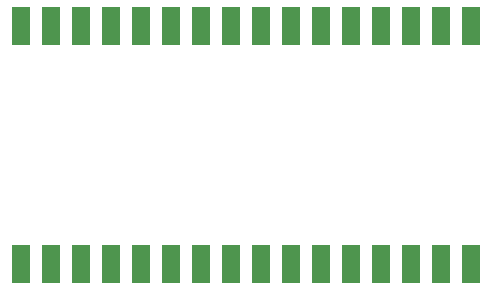
<source format=gbp>
%TF.GenerationSoftware,KiCad,Pcbnew,8.0.4*%
%TF.CreationDate,2024-09-16T22:07:11+05:30*%
%TF.ProjectId,mmeshtastic-pcb,6d6d6573-6874-4617-9374-69632d706362,rev?*%
%TF.SameCoordinates,Original*%
%TF.FileFunction,Paste,Bot*%
%TF.FilePolarity,Positive*%
%FSLAX46Y46*%
G04 Gerber Fmt 4.6, Leading zero omitted, Abs format (unit mm)*
G04 Created by KiCad (PCBNEW 8.0.4) date 2024-09-16 22:07:11*
%MOMM*%
%LPD*%
G01*
G04 APERTURE LIST*
%ADD10R,1.600000X3.200000*%
G04 APERTURE END LIST*
D10*
%TO.C,M1*%
X110993500Y-99625000D03*
X108453500Y-99625000D03*
X105913500Y-99625000D03*
X103373500Y-99625000D03*
X100833500Y-99625000D03*
X98293500Y-99625000D03*
X95753500Y-99625000D03*
X93213500Y-99625000D03*
X90673500Y-99625000D03*
X88133500Y-99625000D03*
X85593500Y-99625000D03*
X83053500Y-99625000D03*
X80513500Y-99625000D03*
X77973500Y-99625000D03*
X75433500Y-99625000D03*
X72893500Y-99625000D03*
X72893500Y-79445000D03*
X75433500Y-79445000D03*
X77973500Y-79445000D03*
X80513500Y-79445000D03*
X83053500Y-79445000D03*
X85593500Y-79445000D03*
X88133500Y-79445000D03*
X90673500Y-79445000D03*
X93213500Y-79445000D03*
X95753500Y-79445000D03*
X98293500Y-79445000D03*
X100833500Y-79445000D03*
X103373500Y-79445000D03*
X105913500Y-79445000D03*
X108453500Y-79445000D03*
X110993500Y-79445000D03*
%TD*%
M02*

</source>
